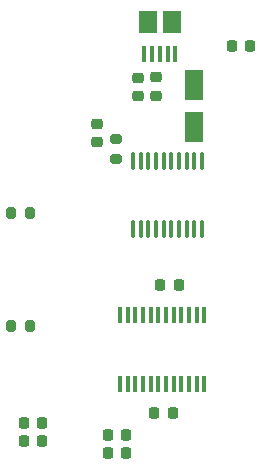
<source format=gbr>
G04 #@! TF.GenerationSoftware,KiCad,Pcbnew,7.0.5*
G04 #@! TF.CreationDate,2023-12-31T10:49:34+01:00*
G04 #@! TF.ProjectId,usb-to-ps2-gameport-hat-arduino-pro-mini,7573622d-746f-42d7-9073-322d67616d65,1.3*
G04 #@! TF.SameCoordinates,Original*
G04 #@! TF.FileFunction,Paste,Top*
G04 #@! TF.FilePolarity,Positive*
%FSLAX46Y46*%
G04 Gerber Fmt 4.6, Leading zero omitted, Abs format (unit mm)*
G04 Created by KiCad (PCBNEW 7.0.5) date 2023-12-31 10:49:34*
%MOMM*%
%LPD*%
G01*
G04 APERTURE LIST*
G04 Aperture macros list*
%AMRoundRect*
0 Rectangle with rounded corners*
0 $1 Rounding radius*
0 $2 $3 $4 $5 $6 $7 $8 $9 X,Y pos of 4 corners*
0 Add a 4 corners polygon primitive as box body*
4,1,4,$2,$3,$4,$5,$6,$7,$8,$9,$2,$3,0*
0 Add four circle primitives for the rounded corners*
1,1,$1+$1,$2,$3*
1,1,$1+$1,$4,$5*
1,1,$1+$1,$6,$7*
1,1,$1+$1,$8,$9*
0 Add four rect primitives between the rounded corners*
20,1,$1+$1,$2,$3,$4,$5,0*
20,1,$1+$1,$4,$5,$6,$7,0*
20,1,$1+$1,$6,$7,$8,$9,0*
20,1,$1+$1,$8,$9,$2,$3,0*%
G04 Aperture macros list end*
%ADD10RoundRect,0.225000X0.225000X0.250000X-0.225000X0.250000X-0.225000X-0.250000X0.225000X-0.250000X0*%
%ADD11R,0.450000X1.475000*%
%ADD12RoundRect,0.225000X-0.250000X0.225000X-0.250000X-0.225000X0.250000X-0.225000X0.250000X0.225000X0*%
%ADD13RoundRect,0.250000X-0.550000X1.050000X-0.550000X-1.050000X0.550000X-1.050000X0.550000X1.050000X0*%
%ADD14RoundRect,0.200000X0.200000X0.275000X-0.200000X0.275000X-0.200000X-0.275000X0.200000X-0.275000X0*%
%ADD15RoundRect,0.100000X0.100000X-0.637500X0.100000X0.637500X-0.100000X0.637500X-0.100000X-0.637500X0*%
%ADD16RoundRect,0.225000X-0.225000X-0.250000X0.225000X-0.250000X0.225000X0.250000X-0.225000X0.250000X0*%
%ADD17R,0.400000X1.350000*%
%ADD18R,1.500000X1.900000*%
%ADD19RoundRect,0.218750X0.256250X-0.218750X0.256250X0.218750X-0.256250X0.218750X-0.256250X-0.218750X0*%
%ADD20RoundRect,0.200000X0.275000X-0.200000X0.275000X0.200000X-0.275000X0.200000X-0.275000X-0.200000X0*%
G04 APERTURE END LIST*
D10*
X121920354Y-42105224D03*
X120370354Y-42105224D03*
X115390354Y-73214724D03*
X113840354Y-73214724D03*
X115880354Y-62357224D03*
X114330354Y-62357224D03*
D11*
X110925354Y-70755224D03*
X111575354Y-70755224D03*
X112225354Y-70755224D03*
X112875354Y-70755224D03*
X113525354Y-70755224D03*
X114175354Y-70755224D03*
X114825354Y-70755224D03*
X115475354Y-70755224D03*
X116125354Y-70755224D03*
X116775354Y-70755224D03*
X117425354Y-70755224D03*
X118075354Y-70755224D03*
X118075354Y-64879224D03*
X117425354Y-64879224D03*
X116775354Y-64879224D03*
X116125354Y-64879224D03*
X115475354Y-64879224D03*
X114825354Y-64879224D03*
X114175354Y-64879224D03*
X113525354Y-64879224D03*
X112875354Y-64879224D03*
X112225354Y-64879224D03*
X111575354Y-64879224D03*
X110925354Y-64879224D03*
D12*
X112464854Y-44818224D03*
X112464854Y-46368224D03*
D13*
X117227354Y-45444224D03*
X117227354Y-49044224D03*
D14*
X103340354Y-65825224D03*
X101690354Y-65825224D03*
D15*
X112016354Y-57599724D03*
X112666354Y-57599724D03*
X113316354Y-57599724D03*
X113966354Y-57599724D03*
X114616354Y-57599724D03*
X115266354Y-57599724D03*
X115916354Y-57599724D03*
X116566354Y-57599724D03*
X117216354Y-57599724D03*
X117866354Y-57599724D03*
X117866354Y-51874724D03*
X117216354Y-51874724D03*
X116566354Y-51874724D03*
X115916354Y-51874724D03*
X115266354Y-51874724D03*
X114616354Y-51874724D03*
X113966354Y-51874724D03*
X113316354Y-51874724D03*
X112666354Y-51874724D03*
X112016354Y-51874724D03*
D14*
X103340354Y-56305224D03*
X101690354Y-56305224D03*
D12*
X108985354Y-48710224D03*
X108985354Y-50260224D03*
D10*
X111465354Y-75095224D03*
X109915354Y-75095224D03*
D16*
X102780354Y-75605224D03*
X104330354Y-75605224D03*
D10*
X111465354Y-76619224D03*
X109915354Y-76619224D03*
X104330354Y-74075224D03*
X102780354Y-74075224D03*
D17*
X115595354Y-42801224D03*
X114945354Y-42801224D03*
X114295354Y-42801224D03*
X113645354Y-42801224D03*
X112995354Y-42801224D03*
D18*
X115295354Y-40101224D03*
X113295354Y-40101224D03*
D19*
X113988854Y-46380724D03*
X113988854Y-44805724D03*
D20*
X110585354Y-51690224D03*
X110585354Y-50040224D03*
M02*

</source>
